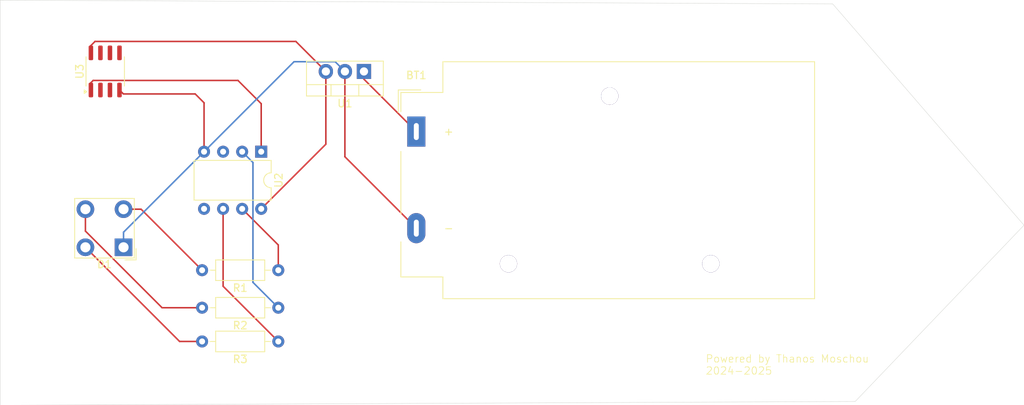
<source format=kicad_pcb>
(kicad_pcb (version 20240108) (generator "pcbnew") (generator_version "8.0")
  (layers (0 "F.Cu" signal) (31 "B.Cu" signal) (34 "B.Paste" user) (35 "F.Paste" user) (36 "B.SilkS" user "B.Silkscreen") (37 "F.SilkS" user "F.Silkscreen") (38 "B.Mask" user) (39 "F.Mask" user) (44 "Edge.Cuts" user))
  (net 0 "")
  (net 1 "GND")
  (net 2 "VCC")
  (net 3 "Net-(D1-GK)")
  (net 4 "Net-(D1-RK)")
  (net 5 "Net-(D1-BK)")
  (net 6 "/RED_LED")
  (net 7 "/GREEN_LED")
  (net 8 "/BLUE_LED")
  (net 9 "/5V REG")
  (net 10 "/TMP_INPUT")
  (footprint "Package_TO_SOT_THT:TO-220-3_Vertical" (layer "F.Cu") (at 114 65.5 180)
    (property "Reference" "U1" (at 2.54 -4.27 360) (layer "F.SilkS"))
    (property "Value" "5V Regulator")
    (fp_line (start 7.66 -3.27) (end 7.66 1.371) (stroke (width 0.12)) (layer "F.SilkS"))
    (fp_line (start 4.391 -3.27) (end 4.391 -1.76) (stroke (width 0.12)) (layer "F.SilkS"))
    (fp_line (start 0.69 -3.27) (end 0.69 -1.76) (stroke (width 0.12)) (layer "F.SilkS"))
    (fp_line (start -2.58 1.371) (end 7.66 1.371) (stroke (width 0.12)) (layer "F.SilkS"))
    (fp_line (start -2.58 -1.76) (end 7.66 -1.76) (stroke (width 0.12)) (layer "F.SilkS"))
    (fp_line (start -2.58 -3.27) (end 7.66 -3.27) (stroke (width 0.12)) (layer "F.SilkS"))
    (fp_line (start -2.58 -3.27) (end -2.58 1.371) (stroke (width 0.12)) (layer "F.SilkS"))
    (pad "1" thru_hole rect (at 0 0 180) (size 1.905 2) (drill 1.1) (layers "*.Cu" "*.Mask") (net 2 "VCC"))
    (pad "2" thru_hole oval (at 2.54 0 180) (size 1.905 2) (drill 1.1) (layers "*.Cu" "*.Mask") (net 1 "GND"))
    (pad "3" thru_hole oval (at 5.08 0 180) (size 1.905 2) (drill 1.1) (layers "*.Cu" "*.Mask") (net 9 "/5V REG"))
  )
  (footprint "Package_SO:SOIC-8_3.9x4.9mm_P1.27mm" (layer "F.Cu") (at 79.5 65.5 90)
    (property "Reference" "U3" (at 0 -3.4 90) (layer "F.SilkS"))
    (property "Value" "TMP36xS")
    (fp_line (start 0 -2.56) (end 1.95 -2.56) (stroke (width 0.12)) (layer "F.SilkS"))
    (fp_line (start 0 -2.56) (end -1.95 -2.56) (stroke (width 0.12)) (layer "F.SilkS"))
    (fp_line (start 0 2.56) (end 1.95 2.56) (stroke (width 0.12)) (layer "F.SilkS"))
    (fp_line (start 0 2.56) (end -1.95 2.56) (stroke (width 0.12)) (layer "F.SilkS"))
    (fp_poly (pts (xy -2.7 -2.465) (xy -2.94 -2.795) (xy -2.46 -2.795) (xy -2.7 -2.465)) (stroke (width 0.12)) (fill solid) (layer "F.SilkS"))
    (pad "1" smd roundrect (at -2.475 -1.905 90) (size 1.95 0.6) (layers "F.Cu" "F.Paste" "F.Mask") (net 10 "/TMP_INPUT"))
    (pad "2" smd roundrect (at -2.475 -0.635 90) (size 1.95 0.6) (layers "F.Cu" "F.Paste" "F.Mask"))
    (pad "3" smd roundrect (at -2.475 0.635 90) (size 1.95 0.6) (layers "F.Cu" "F.Paste" "F.Mask"))
    (pad "4" smd roundrect (at -2.475 1.905 90) (size 1.95 0.6) (layers "F.Cu" "F.Paste" "F.Mask") (net 1 "GND"))
    (pad "5" smd roundrect (at 2.475 1.905 90) (size 1.95 0.6) (layers "F.Cu" "F.Paste" "F.Mask"))
    (pad "6" smd roundrect (at 2.475 0.635 90) (size 1.95 0.6) (layers "F.Cu" "F.Paste" "F.Mask"))
    (pad "7" smd roundrect (at 2.475 -0.635 90) (size 1.95 0.6) (layers "F.Cu" "F.Paste" "F.Mask"))
    (pad "8" smd roundrect (at 2.475 -1.905 90) (size 1.95 0.6) (layers "F.Cu" "F.Paste" "F.Mask") (net 9 "/5V REG"))
  )
  (footprint "Resistor_THT:R_Axial_DIN0207_L6.3mm_D2.5mm_P10.16mm_Horizontal" (layer "F.Cu") (at 102.58 101.5 180)
    (property "Reference" "R3" (at 5.08 -2.37 360) (layer "F.SilkS"))
    (property "Value" "220")
    (fp_line (start 9.12 0) (end 8.35 0) (stroke (width 0.12)) (layer "F.SilkS"))
    (fp_line (start 8.35 1.37) (end 8.35 -1.37) (stroke (width 0.12)) (layer "F.SilkS"))
    (fp_line (start 8.35 -1.37) (end 1.81 -1.37) (stroke (width 0.12)) (layer "F.SilkS"))
    (fp_line (start 1.81 1.37) (end 8.35 1.37) (stroke (width 0.12)) (layer "F.SilkS"))
    (fp_line (start 1.81 -1.37) (end 1.81 1.37) (stroke (width 0.12)) (layer "F.SilkS"))
    (fp_line (start 1.04 0) (end 1.81 0) (stroke (width 0.12)) (layer "F.SilkS"))
    (pad "1" thru_hole circle (at 0 0 180) (size 1.6 1.6) (drill 0.8) (layers "*.Cu" "*.Mask") (net 8 "/BLUE_LED"))
    (pad "2" thru_hole oval (at 10.16 0 180) (size 1.6 1.6) (drill 0.8) (layers "*.Cu" "*.Mask") (net 5 "Net-(D1-BK)"))
  )
  (footprint "Package_DIP:DIP-8_W7.62mm" (layer "F.Cu") (at 100.3 76.2 -90)
    (property "Reference" "U2" (at 3.81 -2.33 90) (layer "F.SilkS"))
    (property "Value" "ATtiny25-20P")
    (fp_line (start 1.16 8.95) (end 6.46 8.95) (stroke (width 0.12)) (layer "F.SilkS"))
    (fp_line (start 6.46 8.95) (end 6.46 -1.33) (stroke (width 0.12)) (layer "F.SilkS"))
    (fp_line (start 1.16 -1.33) (end 1.16 8.95) (stroke (width 0.12)) (layer "F.SilkS"))
    (fp_line (start 2.81 -1.33) (end 1.16 -1.33) (stroke (width 0.12)) (layer "F.SilkS"))
    (fp_line (start 6.46 -1.33) (end 4.81 -1.33) (stroke (width 0.12)) (layer "F.SilkS"))
    (fp_arc (start 4.81 -1.33) (mid 3.81 -0.33) (end 2.81 -1.33) (stroke (width 0.12)) (layer "F.SilkS"))
    (pad "1" thru_hole rect (at 0 0 270) (size 1.6 1.6) (drill 0.8) (layers "*.Cu" "*.Mask") (net 10 "/TMP_INPUT"))
    (pad "2" thru_hole oval (at 0 2.54 270) (size 1.6 1.6) (drill 0.8) (layers "*.Cu" "*.Mask") (net 7 "/GREEN_LED"))
    (pad "3" thru_hole oval (at 0 5.08 270) (size 1.6 1.6) (drill 0.8) (layers "*.Cu" "*.Mask"))
    (pad "4" thru_hole oval (at 0 7.62 270) (size 1.6 1.6) (drill 0.8) (layers "*.Cu" "*.Mask") (net 1 "GND"))
    (pad "5" thru_hole oval (at 7.62 7.62 270) (size 1.6 1.6) (drill 0.8) (layers "*.Cu" "*.Mask"))
    (pad "6" thru_hole oval (at 7.62 5.08 270) (size 1.6 1.6) (drill 0.8) (layers "*.Cu" "*.Mask") (net 8 "/BLUE_LED"))
    (pad "7" thru_hole oval (at 7.62 2.54 270) (size 1.6 1.6) (drill 0.8) (layers "*.Cu" "*.Mask") (net 6 "/RED_LED"))
    (pad "8" thru_hole oval (at 7.62 0 270) (size 1.6 1.6) (drill 0.8) (layers "*.Cu" "*.Mask") (net 9 "/5V REG"))
  )
  (footprint "Battery:BatteryHolder_MPD_BA9VPC_1xPP3" (layer "F.Cu") (at 120.98 73.515)
    (property "Reference" "BT1" (at 0 -7.5 0) (layer "F.SilkS"))
    (property "Value" "9V")
    (fp_line (start -2.4 -5.55) (end -2.4 -2.55) (stroke (width 0.12)) (layer "F.SilkS"))
    (fp_line (start -2.4 -5.55) (end 0.6 -5.55) (stroke (width 0.12)) (layer "F.SilkS"))
    (fp_line (start -2.06 -5.21) (end -2.06 -2.65) (stroke (width 0.12)) (layer "F.SilkS"))
    (fp_line (start -2.06 2.65) (end -2.06 11) (stroke (width 0.12)) (layer "F.SilkS"))
    (fp_line (start -2.06 19.38) (end -2.06 14.7) (stroke (width 0.12)) (layer "F.SilkS"))
    (fp_line (start 3.54 -9.31) (end 3.54 -5.21) (stroke (width 0.12)) (layer "F.SilkS"))
    (fp_line (start 3.54 -5.21) (end -2.06 -5.21) (stroke (width 0.12)) (layer "F.SilkS"))
    (fp_line (start 3.54 19.38) (end -2.06 19.38) (stroke (width 0.12)) (layer "F.SilkS"))
    (fp_line (start 3.54 22.28) (end 3.54 19.38) (stroke (width 0.12)) (layer "F.SilkS"))
    (fp_line (start 53.1 -9.31) (end 3.54 -9.31) (stroke (width 0.12)) (layer "F.SilkS"))
    (fp_line (start 53.1 22.28) (end 3.54 22.28) (stroke (width 0.12)) (layer "F.SilkS"))
    (fp_line (start 53.1 22.28) (end 53.1 -9.31) (stroke (width 0.12)) (layer "F.SilkS"))
    (fp_text user "-" (at 3.6 12.88 0) (layer "F.SilkS") (effects (justify left)))
    (fp_text user "+" (at 3.6 0 0) (layer "F.SilkS") (effects (justify left)))
    (pad "" np_thru_hole circle (at 12.29 17.62) (size 2.3 2.3) (drill 2.29) (layers "*.Cu" "*.Mask"))
    (pad "" np_thru_hole circle (at 25.78 -4.73) (size 2.3 2.3) (drill 2.29) (layers "*.Cu" "*.Mask"))
    (pad "" np_thru_hole circle (at 39.26 17.62) (size 2.3 2.3) (drill 2.29) (layers "*.Cu" "*.Mask"))
    (pad "1" thru_hole rect (at 0 0) (size 2.41 4.02) (drill oval 0.66 2.27) (layers "*.Cu" "*.Mask") (net 2 "VCC"))
    (pad "2" thru_hole oval (at 0 12.88) (size 2.41 4.02) (drill oval 0.66 2.27) (layers "*.Cu" "*.Mask") (net 1 "GND"))
  )
  (footprint "LED_THT:LED_BL-FL7680RGB" (layer "F.Cu") (at 81.945 88.945 180)
    (property "Reference" "D1" (at 2.54 -2.27 360) (layer "F.SilkS"))
    (property "Value" "LED_ARGB")
    (fp_line (start 6.515 6.515) (end 6.515 -1.435) (stroke (width 0.12)) (layer "F.SilkS"))
    (fp_line (start 6.515 -1.435) (end -1.435 -1.435) (stroke (width 0.12)) (layer "F.SilkS"))
    (fp_line (start -1.435 6.515) (end 6.515 6.515) (stroke (width 0.12)) (layer "F.SilkS"))
    (fp_line (start -1.435 -1.435) (end -1.435 6.515) (stroke (width 0.12)) (layer "F.SilkS"))
    (fp_line (start -1.675 -0.185) (end -1.675 -1.675) (stroke (width 0.12)) (layer "F.SilkS"))
    (fp_line (start -1.675 -1.675) (end -0.185 -1.675) (stroke (width 0.12)) (layer "F.SilkS"))
    (pad "1" thru_hole rect (at 0 0 180) (size 2.35 2.35) (drill 1.35) (layers "*.Cu" "*.Mask") (net 1 "GND"))
    (pad "2" thru_hole circle (at 0 5.08 180) (size 2.35 2.35) (drill 1.35) (layers "*.Cu" "*.Mask") (net 4 "Net-(D1-RK)"))
    (pad "3" thru_hole circle (at 5.08 5.08 180) (size 2.35 2.35) (drill 1.35) (layers "*.Cu" "*.Mask") (net 3 "Net-(D1-GK)"))
    (pad "4" thru_hole circle (at 5.08 0 180) (size 2.35 2.35) (drill 1.35) (layers "*.Cu" "*.Mask") (net 5 "Net-(D1-BK)"))
  )
  (footprint "Resistor_THT:R_Axial_DIN0207_L6.3mm_D2.5mm_P10.16mm_Horizontal" (layer "F.Cu") (at 102.58 97 180)
    (property "Reference" "R2" (at 5.08 -2.37 360) (layer "F.SilkS"))
    (property "Value" "220")
    (fp_line (start 9.12 0) (end 8.35 0) (stroke (width 0.12)) (layer "F.SilkS"))
    (fp_line (start 8.35 1.37) (end 8.35 -1.37) (stroke (width 0.12)) (layer "F.SilkS"))
    (fp_line (start 8.35 -1.37) (end 1.81 -1.37) (stroke (width 0.12)) (layer "F.SilkS"))
    (fp_line (start 1.81 1.37) (end 8.35 1.37) (stroke (width 0.12)) (layer "F.SilkS"))
    (fp_line (start 1.81 -1.37) (end 1.81 1.37) (stroke (width 0.12)) (layer "F.SilkS"))
    (fp_line (start 1.04 0) (end 1.81 0) (stroke (width 0.12)) (layer "F.SilkS"))
    (pad "1" thru_hole circle (at 0 0 180) (size 1.6 1.6) (drill 0.8) (layers "*.Cu" "*.Mask") (net 7 "/GREEN_LED"))
    (pad "2" thru_hole oval (at 10.16 0 180) (size 1.6 1.6) (drill 0.8) (layers "*.Cu" "*.Mask") (net 3 "Net-(D1-GK)"))
  )
  (footprint "Resistor_THT:R_Axial_DIN0207_L6.3mm_D2.5mm_P10.16mm_Horizontal" (layer "F.Cu") (at 102.58 92 180)
    (property "Reference" "R1" (at 5.08 -2.37 360) (layer "F.SilkS"))
    (property "Value" "220")
    (fp_line (start 9.12 0) (end 8.35 0) (stroke (width 0.12)) (layer "F.SilkS"))
    (fp_line (start 8.35 1.37) (end 8.35 -1.37) (stroke (width 0.12)) (layer "F.SilkS"))
    (fp_line (start 8.35 -1.37) (end 1.81 -1.37) (stroke (width 0.12)) (layer "F.SilkS"))
    (fp_line (start 1.81 1.37) (end 8.35 1.37) (stroke (width 0.12)) (layer "F.SilkS"))
    (fp_line (start 1.81 -1.37) (end 1.81 1.37) (stroke (width 0.12)) (layer "F.SilkS"))
    (fp_line (start 1.04 0) (end 1.81 0) (stroke (width 0.12)) (layer "F.SilkS"))
    (pad "1" thru_hole circle (at 0 0 180) (size 1.6 1.6) (drill 0.8) (layers "*.Cu" "*.Mask") (net 6 "/RED_LED"))
    (pad "2" thru_hole oval (at 10.16 0 180) (size 1.6 1.6) (drill 0.8) (layers "*.Cu" "*.Mask") (net 4 "Net-(D1-RK)"))
  )
  (gr_poly (pts (xy 65.5 56) (xy 176.5 56.5) (xy 202 86) (xy 179.5 109.5) (xy 65.5 110)) (stroke (width 0.05)) (fill none) (layer "Edge.Cuts"))
  (gr_text "Powered by Thanos Moschou\n2024-2025" (at 159.5 106 0) (layer "F.SilkS") (effects (font (size 1 1) (thickness 0.1)) (justify left bottom)))
  (segment (start 81.93 68.5) (end 91.5 68.5) (width 0.2) (layer "F.Cu") (net 1))
  (segment (start 91.5 68.5) (end 92.68 69.68) (width 0.2) (layer "F.Cu") (net 1))
  (segment (start 111.46 65.5) (end 111.46 76.875) (width 0.2) (layer "F.Cu") (net 1))
  (segment (start 111.46 76.875) (end 120.98 86.395) (width 0.2) (layer "F.Cu") (net 1))
  (segment (start 92.68 69.68) (end 92.68 76.2) (width 0.2) (layer "F.Cu") (net 1))
  (segment (start 81.405 67.975) (end 81.93 68.5) (width 0.2) (layer "F.Cu") (net 1))
  (segment (start 110.16 64.2) (end 111.46 65.5) (width 0.2) (layer "B.Cu") (net 1))
  (segment (start 92.68 76.2) (end 104.68 64.2) (width 0.2) (layer "B.Cu") (net 1))
  (segment (start 81.945 86.935) (end 92.68 76.2) (width 0.2) (layer "B.Cu") (net 1))
  (segment (start 104.68 64.2) (end 110.16 64.2) (width 0.2) (layer "B.Cu") (net 1))
  (segment (start 81.945 88.945) (end 81.945 86.935) (width 0.2) (layer "B.Cu") (net 1))
  (segment (start 114 66.535) (end 120.98 73.515) (width 0.2) (layer "F.Cu") (net 2))
  (segment (start 114 65.5) (end 114 66.535) (width 0.2) (layer "F.Cu") (net 2))
  (segment (start 76.865 86.785) (end 87.08 97) (width 0.2) (layer "F.Cu") (net 3))
  (segment (start 87.08 97) (end 92.42 97) (width 0.2) (layer "F.Cu") (net 3))
  (segment (start 76.865 83.865) (end 76.865 86.785) (width 0.2) (layer "F.Cu") (net 3))
  (segment (start 81.945 83.865) (end 84.285 83.865) (width 0.2) (layer "F.Cu") (net 4))
  (segment (start 84.285 83.865) (end 92.42 92) (width 0.2) (layer "F.Cu") (net 4))
  (segment (start 76.865 88.945) (end 89.42 101.5) (width 0.2) (layer "F.Cu") (net 5))
  (segment (start 89.42 101.5) (end 92.42 101.5) (width 0.2) (layer "F.Cu") (net 5))
  (segment (start 102.58 88.64) (end 97.76 83.82) (width 0.2) (layer "F.Cu") (net 6))
  (segment (start 102.58 92) (end 102.58 88.64) (width 0.2) (layer "F.Cu") (net 6))
  (segment (start 99.2 93.62) (end 99.2 77.64) (width 0.2) (layer "B.Cu") (net 7))
  (segment (start 99.2 77.64) (end 97.76 76.2) (width 0.2) (layer "B.Cu") (net 7))
  (segment (start 102.58 97) (end 99.2 93.62) (width 0.2) (layer "B.Cu") (net 7))
  (segment (start 102.58 101.5) (end 95.22 94.14) (width 0.2) (layer "F.Cu") (net 8))
  (segment (start 95.22 94.14) (end 95.22 83.82) (width 0.2) (layer "F.Cu") (net 8))
  (segment (start 78.145001 61.5) (end 104.92 61.5) (width 0.2) (layer "F.Cu") (net 9))
  (segment (start 108.92 75.2) (end 108.92 65.5) (width 0.2) (layer "F.Cu") (net 9))
  (segment (start 100.3 83.82) (end 108.92 75.2) (width 0.2) (layer "F.Cu") (net 9))
  (segment (start 104.92 61.5) (end 108.92 65.5) (width 0.2) (layer "F.Cu") (net 9))
  (segment (start 77.595 63.025) (end 77.595 62.050001) (width 0.2) (layer "F.Cu") (net 9))
  (segment (start 77.595 62.050001) (end 78.145001 61.5) (width 0.2) (layer "F.Cu") (net 9))
  (segment (start 100.3 69.8) (end 100.3 76.2) (width 0.2) (layer "F.Cu") (net 10))
  (segment (start 97.2 66.7) (end 100.3 69.8) (width 0.2) (layer "F.Cu") (net 10))
  (segment (start 77.895001 66.7) (end 97.2 66.7) (width 0.2) (layer "F.Cu") (net 10))
  (segment (start 77.595 67.975) (end 77.595 67.000001) (width 0.2) (layer "F.Cu") (net 10))
  (segment (start 77.595 67.000001) (end 77.895001 66.7) (width 0.2) (layer "F.Cu") (net 10))
)
</source>
